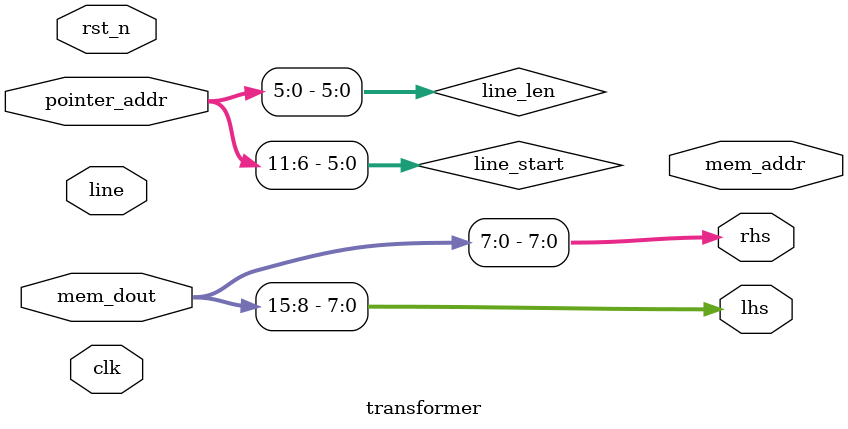
<source format=v>
module memory(
input wire [7:0] addr, 
output reg [15:0] dout, 
input clk);

always @(posedge clk) begin
    case(addr) 
        8'b00000000: dout <= 16'b0011000100110001;
        8'b00000001: dout <= 16'b0010111100100000;
        8'b00000010: dout <= 16'b0111001100100000;
        8'b00000011: dout <= 16'b0011000101110100;
        8'b00000100: dout <= 16'b0010111100100000;
        8'b00000101: dout <= 16'b0111001100100000;
        8'b00000110: dout <= 16'b0101111000100000;
        8'b00000111: dout <= 16'b0011001000100000;
        default: dout <= 16'b0010000000100000;
    endcase;
end

endmodule



module line_mapper(
input wire clk, 
input wire [5:0] line, 
output reg [11:0] addr);

always @(posedge clk) begin
    case(line)
    8'b00000000: addr <= 12'b000011000011;
    8'b00000001: addr <= 12'b000101000101;
    endcase;
end

endmodule



module transformer(
input wire [5:0] line, // which line do we want?
input wire clk,        // clock
input wire rst_n,      // reset_n
output wire [7:0] lhs, // input version
output wire [7:0] rhs, // transformed version
input wire [11:0] pointer_addr, // what is the array ref for this txform?
output reg [7:0] mem_addr, // which address in memory has our chars?
input wire [15:0] mem_dout // what's the data 
);
 

wire [5:0] line_start, line_len;

assign line_start = pointer_addr[11:6];
assign line_len = pointer_addr[5:0];

// output assignment - the ascii chars
assign lhs = mem_dout[15:8];
assign rhs = mem_dout[7:0];

reg [7:0] char_ptr;
reg [7:0] char_count;

// set the addresses according to what we'd expect
always @(posedge clk) begin
    if (~rst_n) begin
        char_ptr <= line_start;
        char_count <= 8'd0;
    end else begin
        if (char_count < line_len) begin
            char_ptr <= char_ptr + 1;
            char_count <= char_count + 1;
        end else begin
            // out of bounds or whatever
            char_ptr = 8'b11111111;
        end
    end
end

endmodule

</source>
